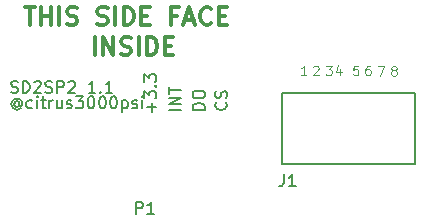
<source format=gto>
G04 #@! TF.GenerationSoftware,KiCad,Pcbnew,(5.1.0)-1*
G04 #@! TF.CreationDate,2019-05-17T10:18:47-04:00*
G04 #@! TF.ProjectId,gc_sp2,67635f73-7032-42e6-9b69-6361645f7063,rev?*
G04 #@! TF.SameCoordinates,Original*
G04 #@! TF.FileFunction,Legend,Top*
G04 #@! TF.FilePolarity,Positive*
%FSLAX46Y46*%
G04 Gerber Fmt 4.6, Leading zero omitted, Abs format (unit mm)*
G04 Created by KiCad (PCBNEW (5.1.0)-1) date 2019-05-17 10:18:47*
%MOMM*%
%LPD*%
G04 APERTURE LIST*
%ADD10C,0.150000*%
%ADD11C,0.100000*%
%ADD12C,0.300000*%
G04 APERTURE END LIST*
D10*
X75571428Y-112471428D02*
X75571428Y-111709523D01*
X75952380Y-112090476D02*
X75190476Y-112090476D01*
X74952380Y-111328571D02*
X74952380Y-110709523D01*
X75333333Y-111042857D01*
X75333333Y-110900000D01*
X75380952Y-110804761D01*
X75428571Y-110757142D01*
X75523809Y-110709523D01*
X75761904Y-110709523D01*
X75857142Y-110757142D01*
X75904761Y-110804761D01*
X75952380Y-110900000D01*
X75952380Y-111185714D01*
X75904761Y-111280952D01*
X75857142Y-111328571D01*
X75857142Y-110280952D02*
X75904761Y-110233333D01*
X75952380Y-110280952D01*
X75904761Y-110328571D01*
X75857142Y-110280952D01*
X75952380Y-110280952D01*
X74952380Y-109900000D02*
X74952380Y-109280952D01*
X75333333Y-109614285D01*
X75333333Y-109471428D01*
X75380952Y-109376190D01*
X75428571Y-109328571D01*
X75523809Y-109280952D01*
X75761904Y-109280952D01*
X75857142Y-109328571D01*
X75904761Y-109376190D01*
X75952380Y-109471428D01*
X75952380Y-109757142D01*
X75904761Y-109852380D01*
X75857142Y-109900000D01*
X78052380Y-112304761D02*
X77052380Y-112304761D01*
X78052380Y-111828571D02*
X77052380Y-111828571D01*
X78052380Y-111257142D01*
X77052380Y-111257142D01*
X77052380Y-110923809D02*
X77052380Y-110352380D01*
X78052380Y-110638095D02*
X77052380Y-110638095D01*
X80052380Y-112285714D02*
X79052380Y-112285714D01*
X79052380Y-112047619D01*
X79100000Y-111904761D01*
X79195238Y-111809523D01*
X79290476Y-111761904D01*
X79480952Y-111714285D01*
X79623809Y-111714285D01*
X79814285Y-111761904D01*
X79909523Y-111809523D01*
X80004761Y-111904761D01*
X80052380Y-112047619D01*
X80052380Y-112285714D01*
X79052380Y-111095238D02*
X79052380Y-110904761D01*
X79100000Y-110809523D01*
X79195238Y-110714285D01*
X79385714Y-110666666D01*
X79719047Y-110666666D01*
X79909523Y-110714285D01*
X80004761Y-110809523D01*
X80052380Y-110904761D01*
X80052380Y-111095238D01*
X80004761Y-111190476D01*
X79909523Y-111285714D01*
X79719047Y-111333333D01*
X79385714Y-111333333D01*
X79195238Y-111285714D01*
X79100000Y-111190476D01*
X79052380Y-111095238D01*
X81857142Y-111666666D02*
X81904761Y-111714285D01*
X81952380Y-111857142D01*
X81952380Y-111952380D01*
X81904761Y-112095238D01*
X81809523Y-112190476D01*
X81714285Y-112238095D01*
X81523809Y-112285714D01*
X81380952Y-112285714D01*
X81190476Y-112238095D01*
X81095238Y-112190476D01*
X81000000Y-112095238D01*
X80952380Y-111952380D01*
X80952380Y-111857142D01*
X81000000Y-111714285D01*
X81047619Y-111666666D01*
X81904761Y-111285714D02*
X81952380Y-111142857D01*
X81952380Y-110904761D01*
X81904761Y-110809523D01*
X81857142Y-110761904D01*
X81761904Y-110714285D01*
X81666666Y-110714285D01*
X81571428Y-110761904D01*
X81523809Y-110809523D01*
X81476190Y-110904761D01*
X81428571Y-111095238D01*
X81380952Y-111190476D01*
X81333333Y-111238095D01*
X81238095Y-111285714D01*
X81142857Y-111285714D01*
X81047619Y-111238095D01*
X81000000Y-111190476D01*
X80952380Y-111095238D01*
X80952380Y-110857142D01*
X81000000Y-110714285D01*
D11*
X94733333Y-108611904D02*
X95266666Y-108611904D01*
X94923809Y-109411904D01*
X94052380Y-108561904D02*
X93900000Y-108561904D01*
X93823809Y-108600000D01*
X93785714Y-108638095D01*
X93709523Y-108752380D01*
X93671428Y-108904761D01*
X93671428Y-109209523D01*
X93709523Y-109285714D01*
X93747619Y-109323809D01*
X93823809Y-109361904D01*
X93976190Y-109361904D01*
X94052380Y-109323809D01*
X94090476Y-109285714D01*
X94128571Y-109209523D01*
X94128571Y-109019047D01*
X94090476Y-108942857D01*
X94052380Y-108904761D01*
X93976190Y-108866666D01*
X93823809Y-108866666D01*
X93747619Y-108904761D01*
X93709523Y-108942857D01*
X93671428Y-109019047D01*
X93040476Y-108561904D02*
X92659523Y-108561904D01*
X92621428Y-108942857D01*
X92659523Y-108904761D01*
X92735714Y-108866666D01*
X92926190Y-108866666D01*
X93002380Y-108904761D01*
X93040476Y-108942857D01*
X93078571Y-109019047D01*
X93078571Y-109209523D01*
X93040476Y-109285714D01*
X93002380Y-109323809D01*
X92926190Y-109361904D01*
X92735714Y-109361904D01*
X92659523Y-109323809D01*
X92621428Y-109285714D01*
X91552380Y-108828571D02*
X91552380Y-109361904D01*
X91361904Y-108523809D02*
X91171428Y-109095238D01*
X91666666Y-109095238D01*
X90333333Y-108561904D02*
X90828571Y-108561904D01*
X90561904Y-108866666D01*
X90676190Y-108866666D01*
X90752380Y-108904761D01*
X90790476Y-108942857D01*
X90828571Y-109019047D01*
X90828571Y-109209523D01*
X90790476Y-109285714D01*
X90752380Y-109323809D01*
X90676190Y-109361904D01*
X90447619Y-109361904D01*
X90371428Y-109323809D01*
X90333333Y-109285714D01*
X89271428Y-108638095D02*
X89309523Y-108600000D01*
X89385714Y-108561904D01*
X89576190Y-108561904D01*
X89652380Y-108600000D01*
X89690476Y-108638095D01*
X89728571Y-108714285D01*
X89728571Y-108790476D01*
X89690476Y-108904761D01*
X89233333Y-109361904D01*
X89728571Y-109361904D01*
X88678571Y-109361904D02*
X88221428Y-109361904D01*
X88450000Y-109361904D02*
X88450000Y-108561904D01*
X88373809Y-108676190D01*
X88297619Y-108752380D01*
X88221428Y-108790476D01*
X96023809Y-108954761D02*
X95947619Y-108916666D01*
X95909523Y-108878571D01*
X95871428Y-108802380D01*
X95871428Y-108764285D01*
X95909523Y-108688095D01*
X95947619Y-108650000D01*
X96023809Y-108611904D01*
X96176190Y-108611904D01*
X96252380Y-108650000D01*
X96290476Y-108688095D01*
X96328571Y-108764285D01*
X96328571Y-108802380D01*
X96290476Y-108878571D01*
X96252380Y-108916666D01*
X96176190Y-108954761D01*
X96023809Y-108954761D01*
X95947619Y-108992857D01*
X95909523Y-109030952D01*
X95871428Y-109107142D01*
X95871428Y-109259523D01*
X95909523Y-109335714D01*
X95947619Y-109373809D01*
X96023809Y-109411904D01*
X96176190Y-109411904D01*
X96252380Y-109373809D01*
X96290476Y-109335714D01*
X96328571Y-109259523D01*
X96328571Y-109107142D01*
X96290476Y-109030952D01*
X96252380Y-108992857D01*
X96176190Y-108954761D01*
D10*
X63664285Y-110804761D02*
X63807142Y-110852380D01*
X64045238Y-110852380D01*
X64140476Y-110804761D01*
X64188095Y-110757142D01*
X64235714Y-110661904D01*
X64235714Y-110566666D01*
X64188095Y-110471428D01*
X64140476Y-110423809D01*
X64045238Y-110376190D01*
X63854761Y-110328571D01*
X63759523Y-110280952D01*
X63711904Y-110233333D01*
X63664285Y-110138095D01*
X63664285Y-110042857D01*
X63711904Y-109947619D01*
X63759523Y-109900000D01*
X63854761Y-109852380D01*
X64092857Y-109852380D01*
X64235714Y-109900000D01*
X64664285Y-110852380D02*
X64664285Y-109852380D01*
X64902380Y-109852380D01*
X65045238Y-109900000D01*
X65140476Y-109995238D01*
X65188095Y-110090476D01*
X65235714Y-110280952D01*
X65235714Y-110423809D01*
X65188095Y-110614285D01*
X65140476Y-110709523D01*
X65045238Y-110804761D01*
X64902380Y-110852380D01*
X64664285Y-110852380D01*
X65616666Y-109947619D02*
X65664285Y-109900000D01*
X65759523Y-109852380D01*
X65997619Y-109852380D01*
X66092857Y-109900000D01*
X66140476Y-109947619D01*
X66188095Y-110042857D01*
X66188095Y-110138095D01*
X66140476Y-110280952D01*
X65569047Y-110852380D01*
X66188095Y-110852380D01*
X66569047Y-110804761D02*
X66711904Y-110852380D01*
X66950000Y-110852380D01*
X67045238Y-110804761D01*
X67092857Y-110757142D01*
X67140476Y-110661904D01*
X67140476Y-110566666D01*
X67092857Y-110471428D01*
X67045238Y-110423809D01*
X66950000Y-110376190D01*
X66759523Y-110328571D01*
X66664285Y-110280952D01*
X66616666Y-110233333D01*
X66569047Y-110138095D01*
X66569047Y-110042857D01*
X66616666Y-109947619D01*
X66664285Y-109900000D01*
X66759523Y-109852380D01*
X66997619Y-109852380D01*
X67140476Y-109900000D01*
X67569047Y-110852380D02*
X67569047Y-109852380D01*
X67950000Y-109852380D01*
X68045238Y-109900000D01*
X68092857Y-109947619D01*
X68140476Y-110042857D01*
X68140476Y-110185714D01*
X68092857Y-110280952D01*
X68045238Y-110328571D01*
X67950000Y-110376190D01*
X67569047Y-110376190D01*
X68521428Y-109947619D02*
X68569047Y-109900000D01*
X68664285Y-109852380D01*
X68902380Y-109852380D01*
X68997619Y-109900000D01*
X69045238Y-109947619D01*
X69092857Y-110042857D01*
X69092857Y-110138095D01*
X69045238Y-110280952D01*
X68473809Y-110852380D01*
X69092857Y-110852380D01*
X70807142Y-110852380D02*
X70235714Y-110852380D01*
X70521428Y-110852380D02*
X70521428Y-109852380D01*
X70426190Y-109995238D01*
X70330952Y-110090476D01*
X70235714Y-110138095D01*
X71235714Y-110757142D02*
X71283333Y-110804761D01*
X71235714Y-110852380D01*
X71188095Y-110804761D01*
X71235714Y-110757142D01*
X71235714Y-110852380D01*
X72235714Y-110852380D02*
X71664285Y-110852380D01*
X71950000Y-110852380D02*
X71950000Y-109852380D01*
X71854761Y-109995238D01*
X71759523Y-110090476D01*
X71664285Y-110138095D01*
X64345238Y-111676190D02*
X64297619Y-111628571D01*
X64202380Y-111580952D01*
X64107142Y-111580952D01*
X64011904Y-111628571D01*
X63964285Y-111676190D01*
X63916666Y-111771428D01*
X63916666Y-111866666D01*
X63964285Y-111961904D01*
X64011904Y-112009523D01*
X64107142Y-112057142D01*
X64202380Y-112057142D01*
X64297619Y-112009523D01*
X64345238Y-111961904D01*
X64345238Y-111580952D02*
X64345238Y-111961904D01*
X64392857Y-112009523D01*
X64440476Y-112009523D01*
X64535714Y-111961904D01*
X64583333Y-111866666D01*
X64583333Y-111628571D01*
X64488095Y-111485714D01*
X64345238Y-111390476D01*
X64154761Y-111342857D01*
X63964285Y-111390476D01*
X63821428Y-111485714D01*
X63726190Y-111628571D01*
X63678571Y-111819047D01*
X63726190Y-112009523D01*
X63821428Y-112152380D01*
X63964285Y-112247619D01*
X64154761Y-112295238D01*
X64345238Y-112247619D01*
X64488095Y-112152380D01*
X65440476Y-112104761D02*
X65345238Y-112152380D01*
X65154761Y-112152380D01*
X65059523Y-112104761D01*
X65011904Y-112057142D01*
X64964285Y-111961904D01*
X64964285Y-111676190D01*
X65011904Y-111580952D01*
X65059523Y-111533333D01*
X65154761Y-111485714D01*
X65345238Y-111485714D01*
X65440476Y-111533333D01*
X65869047Y-112152380D02*
X65869047Y-111485714D01*
X65869047Y-111152380D02*
X65821428Y-111200000D01*
X65869047Y-111247619D01*
X65916666Y-111200000D01*
X65869047Y-111152380D01*
X65869047Y-111247619D01*
X66202380Y-111485714D02*
X66583333Y-111485714D01*
X66345238Y-111152380D02*
X66345238Y-112009523D01*
X66392857Y-112104761D01*
X66488095Y-112152380D01*
X66583333Y-112152380D01*
X66916666Y-112152380D02*
X66916666Y-111485714D01*
X66916666Y-111676190D02*
X66964285Y-111580952D01*
X67011904Y-111533333D01*
X67107142Y-111485714D01*
X67202380Y-111485714D01*
X67964285Y-111485714D02*
X67964285Y-112152380D01*
X67535714Y-111485714D02*
X67535714Y-112009523D01*
X67583333Y-112104761D01*
X67678571Y-112152380D01*
X67821428Y-112152380D01*
X67916666Y-112104761D01*
X67964285Y-112057142D01*
X68392857Y-112104761D02*
X68488095Y-112152380D01*
X68678571Y-112152380D01*
X68773809Y-112104761D01*
X68821428Y-112009523D01*
X68821428Y-111961904D01*
X68773809Y-111866666D01*
X68678571Y-111819047D01*
X68535714Y-111819047D01*
X68440476Y-111771428D01*
X68392857Y-111676190D01*
X68392857Y-111628571D01*
X68440476Y-111533333D01*
X68535714Y-111485714D01*
X68678571Y-111485714D01*
X68773809Y-111533333D01*
X69154761Y-111152380D02*
X69773809Y-111152380D01*
X69440476Y-111533333D01*
X69583333Y-111533333D01*
X69678571Y-111580952D01*
X69726190Y-111628571D01*
X69773809Y-111723809D01*
X69773809Y-111961904D01*
X69726190Y-112057142D01*
X69678571Y-112104761D01*
X69583333Y-112152380D01*
X69297619Y-112152380D01*
X69202380Y-112104761D01*
X69154761Y-112057142D01*
X70392857Y-111152380D02*
X70488095Y-111152380D01*
X70583333Y-111200000D01*
X70630952Y-111247619D01*
X70678571Y-111342857D01*
X70726190Y-111533333D01*
X70726190Y-111771428D01*
X70678571Y-111961904D01*
X70630952Y-112057142D01*
X70583333Y-112104761D01*
X70488095Y-112152380D01*
X70392857Y-112152380D01*
X70297619Y-112104761D01*
X70250000Y-112057142D01*
X70202380Y-111961904D01*
X70154761Y-111771428D01*
X70154761Y-111533333D01*
X70202380Y-111342857D01*
X70250000Y-111247619D01*
X70297619Y-111200000D01*
X70392857Y-111152380D01*
X71345238Y-111152380D02*
X71440476Y-111152380D01*
X71535714Y-111200000D01*
X71583333Y-111247619D01*
X71630952Y-111342857D01*
X71678571Y-111533333D01*
X71678571Y-111771428D01*
X71630952Y-111961904D01*
X71583333Y-112057142D01*
X71535714Y-112104761D01*
X71440476Y-112152380D01*
X71345238Y-112152380D01*
X71250000Y-112104761D01*
X71202380Y-112057142D01*
X71154761Y-111961904D01*
X71107142Y-111771428D01*
X71107142Y-111533333D01*
X71154761Y-111342857D01*
X71202380Y-111247619D01*
X71250000Y-111200000D01*
X71345238Y-111152380D01*
X72297619Y-111152380D02*
X72392857Y-111152380D01*
X72488095Y-111200000D01*
X72535714Y-111247619D01*
X72583333Y-111342857D01*
X72630952Y-111533333D01*
X72630952Y-111771428D01*
X72583333Y-111961904D01*
X72535714Y-112057142D01*
X72488095Y-112104761D01*
X72392857Y-112152380D01*
X72297619Y-112152380D01*
X72202380Y-112104761D01*
X72154761Y-112057142D01*
X72107142Y-111961904D01*
X72059523Y-111771428D01*
X72059523Y-111533333D01*
X72107142Y-111342857D01*
X72154761Y-111247619D01*
X72202380Y-111200000D01*
X72297619Y-111152380D01*
X73059523Y-111485714D02*
X73059523Y-112485714D01*
X73059523Y-111533333D02*
X73154761Y-111485714D01*
X73345238Y-111485714D01*
X73440476Y-111533333D01*
X73488095Y-111580952D01*
X73535714Y-111676190D01*
X73535714Y-111961904D01*
X73488095Y-112057142D01*
X73440476Y-112104761D01*
X73345238Y-112152380D01*
X73154761Y-112152380D01*
X73059523Y-112104761D01*
X73916666Y-112104761D02*
X74011904Y-112152380D01*
X74202380Y-112152380D01*
X74297619Y-112104761D01*
X74345238Y-112009523D01*
X74345238Y-111961904D01*
X74297619Y-111866666D01*
X74202380Y-111819047D01*
X74059523Y-111819047D01*
X73964285Y-111771428D01*
X73916666Y-111676190D01*
X73916666Y-111628571D01*
X73964285Y-111533333D01*
X74059523Y-111485714D01*
X74202380Y-111485714D01*
X74297619Y-111533333D01*
X74773809Y-112152380D02*
X74773809Y-111485714D01*
X74773809Y-111152380D02*
X74726190Y-111200000D01*
X74773809Y-111247619D01*
X74821428Y-111200000D01*
X74773809Y-111152380D01*
X74773809Y-111247619D01*
D12*
X64835714Y-103603571D02*
X65692857Y-103603571D01*
X65264285Y-105103571D02*
X65264285Y-103603571D01*
X66192857Y-105103571D02*
X66192857Y-103603571D01*
X66192857Y-104317857D02*
X67050000Y-104317857D01*
X67050000Y-105103571D02*
X67050000Y-103603571D01*
X67764285Y-105103571D02*
X67764285Y-103603571D01*
X68407142Y-105032142D02*
X68621428Y-105103571D01*
X68978571Y-105103571D01*
X69121428Y-105032142D01*
X69192857Y-104960714D01*
X69264285Y-104817857D01*
X69264285Y-104675000D01*
X69192857Y-104532142D01*
X69121428Y-104460714D01*
X68978571Y-104389285D01*
X68692857Y-104317857D01*
X68550000Y-104246428D01*
X68478571Y-104175000D01*
X68407142Y-104032142D01*
X68407142Y-103889285D01*
X68478571Y-103746428D01*
X68550000Y-103675000D01*
X68692857Y-103603571D01*
X69050000Y-103603571D01*
X69264285Y-103675000D01*
X70978571Y-105032142D02*
X71192857Y-105103571D01*
X71550000Y-105103571D01*
X71692857Y-105032142D01*
X71764285Y-104960714D01*
X71835714Y-104817857D01*
X71835714Y-104675000D01*
X71764285Y-104532142D01*
X71692857Y-104460714D01*
X71550000Y-104389285D01*
X71264285Y-104317857D01*
X71121428Y-104246428D01*
X71050000Y-104175000D01*
X70978571Y-104032142D01*
X70978571Y-103889285D01*
X71050000Y-103746428D01*
X71121428Y-103675000D01*
X71264285Y-103603571D01*
X71621428Y-103603571D01*
X71835714Y-103675000D01*
X72478571Y-105103571D02*
X72478571Y-103603571D01*
X73192857Y-105103571D02*
X73192857Y-103603571D01*
X73550000Y-103603571D01*
X73764285Y-103675000D01*
X73907142Y-103817857D01*
X73978571Y-103960714D01*
X74050000Y-104246428D01*
X74050000Y-104460714D01*
X73978571Y-104746428D01*
X73907142Y-104889285D01*
X73764285Y-105032142D01*
X73550000Y-105103571D01*
X73192857Y-105103571D01*
X74692857Y-104317857D02*
X75192857Y-104317857D01*
X75407142Y-105103571D02*
X74692857Y-105103571D01*
X74692857Y-103603571D01*
X75407142Y-103603571D01*
X77692857Y-104317857D02*
X77192857Y-104317857D01*
X77192857Y-105103571D02*
X77192857Y-103603571D01*
X77907142Y-103603571D01*
X78407142Y-104675000D02*
X79121428Y-104675000D01*
X78264285Y-105103571D02*
X78764285Y-103603571D01*
X79264285Y-105103571D01*
X80621428Y-104960714D02*
X80550000Y-105032142D01*
X80335714Y-105103571D01*
X80192857Y-105103571D01*
X79978571Y-105032142D01*
X79835714Y-104889285D01*
X79764285Y-104746428D01*
X79692857Y-104460714D01*
X79692857Y-104246428D01*
X79764285Y-103960714D01*
X79835714Y-103817857D01*
X79978571Y-103675000D01*
X80192857Y-103603571D01*
X80335714Y-103603571D01*
X80550000Y-103675000D01*
X80621428Y-103746428D01*
X81264285Y-104317857D02*
X81764285Y-104317857D01*
X81978571Y-105103571D02*
X81264285Y-105103571D01*
X81264285Y-103603571D01*
X81978571Y-103603571D01*
X70764285Y-107653571D02*
X70764285Y-106153571D01*
X71478571Y-107653571D02*
X71478571Y-106153571D01*
X72335714Y-107653571D01*
X72335714Y-106153571D01*
X72978571Y-107582142D02*
X73192857Y-107653571D01*
X73550000Y-107653571D01*
X73692857Y-107582142D01*
X73764285Y-107510714D01*
X73835714Y-107367857D01*
X73835714Y-107225000D01*
X73764285Y-107082142D01*
X73692857Y-107010714D01*
X73550000Y-106939285D01*
X73264285Y-106867857D01*
X73121428Y-106796428D01*
X73050000Y-106725000D01*
X72978571Y-106582142D01*
X72978571Y-106439285D01*
X73050000Y-106296428D01*
X73121428Y-106225000D01*
X73264285Y-106153571D01*
X73621428Y-106153571D01*
X73835714Y-106225000D01*
X74478571Y-107653571D02*
X74478571Y-106153571D01*
X75192857Y-107653571D02*
X75192857Y-106153571D01*
X75550000Y-106153571D01*
X75764285Y-106225000D01*
X75907142Y-106367857D01*
X75978571Y-106510714D01*
X76050000Y-106796428D01*
X76050000Y-107010714D01*
X75978571Y-107296428D01*
X75907142Y-107439285D01*
X75764285Y-107582142D01*
X75550000Y-107653571D01*
X75192857Y-107653571D01*
X76692857Y-106867857D02*
X77192857Y-106867857D01*
X77407142Y-107653571D02*
X76692857Y-107653571D01*
X76692857Y-106153571D01*
X77407142Y-106153571D01*
D10*
X97900000Y-116900000D02*
X86600000Y-116900000D01*
X86600000Y-116900000D02*
X86600000Y-110900000D01*
X86600000Y-110900000D02*
X97900000Y-110900000D01*
X97900000Y-110900000D02*
X97900000Y-116900000D01*
X74261904Y-121102380D02*
X74261904Y-120102380D01*
X74642857Y-120102380D01*
X74738095Y-120150000D01*
X74785714Y-120197619D01*
X74833333Y-120292857D01*
X74833333Y-120435714D01*
X74785714Y-120530952D01*
X74738095Y-120578571D01*
X74642857Y-120626190D01*
X74261904Y-120626190D01*
X75785714Y-121102380D02*
X75214285Y-121102380D01*
X75500000Y-121102380D02*
X75500000Y-120102380D01*
X75404761Y-120245238D01*
X75309523Y-120340476D01*
X75214285Y-120388095D01*
X86766666Y-117752380D02*
X86766666Y-118466666D01*
X86719047Y-118609523D01*
X86623809Y-118704761D01*
X86480952Y-118752380D01*
X86385714Y-118752380D01*
X87766666Y-118752380D02*
X87195238Y-118752380D01*
X87480952Y-118752380D02*
X87480952Y-117752380D01*
X87385714Y-117895238D01*
X87290476Y-117990476D01*
X87195238Y-118038095D01*
M02*

</source>
